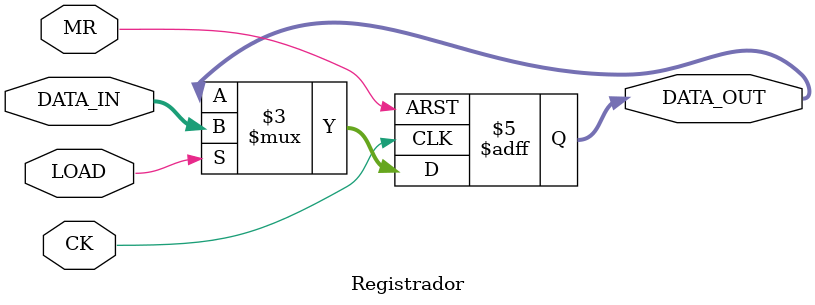
<source format=v>
module Registrador

	// Registrador general I/O
	#(parameter
		DATA_SIZE = 8
	)
	
	(
		input MR, CK, LOAD,
		input [DATA_SIZE-1 : 0] DATA_IN,
		output reg [DATA_SIZE-1 : 0] DATA_OUT
	);
	
	// Data types definitions
	
	// Circuit implementation
	always @ (posedge CK or negedge MR) begin
		
		if (~MR) begin
			DATA_OUT <= 0;
		end
		else begin
			if (LOAD) begin
				DATA_OUT <= DATA_IN;
			end
		end

	end

endmodule

</source>
